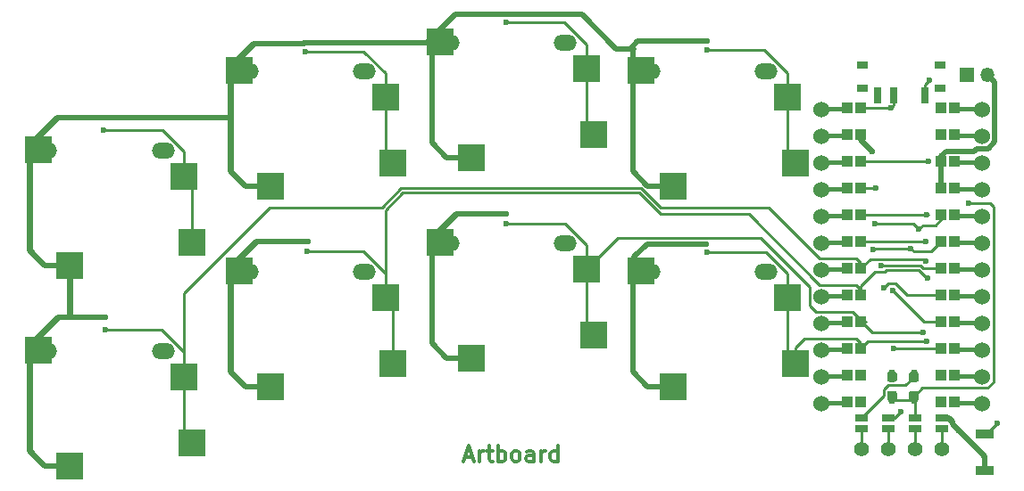
<source format=gtl>
G04 #@! TF.GenerationSoftware,KiCad,Pcbnew,5.1.9*
G04 #@! TF.CreationDate,2021-04-21T20:38:48-05:00*
G04 #@! TF.ProjectId,artboard,61727462-6f61-4726-942e-6b696361645f,0.1*
G04 #@! TF.SameCoordinates,Original*
G04 #@! TF.FileFunction,Copper,L1,Top*
G04 #@! TF.FilePolarity,Positive*
%FSLAX46Y46*%
G04 Gerber Fmt 4.6, Leading zero omitted, Abs format (unit mm)*
G04 Created by KiCad (PCBNEW 5.1.9) date 2021-04-21 20:38:48*
%MOMM*%
%LPD*%
G01*
G04 APERTURE LIST*
G04 #@! TA.AperFunction,NonConductor*
%ADD10C,0.300000*%
G04 #@! TD*
G04 #@! TA.AperFunction,EtchedComponent*
%ADD11C,0.100000*%
G04 #@! TD*
G04 #@! TA.AperFunction,SMDPad,CuDef*
%ADD12R,2.600000X2.600000*%
G04 #@! TD*
G04 #@! TA.AperFunction,ComponentPad*
%ADD13O,2.200000X1.500000*%
G04 #@! TD*
G04 #@! TA.AperFunction,SMDPad,CuDef*
%ADD14C,0.100000*%
G04 #@! TD*
G04 #@! TA.AperFunction,ComponentPad*
%ADD15C,1.524000*%
G04 #@! TD*
G04 #@! TA.AperFunction,ComponentPad*
%ADD16C,0.750000*%
G04 #@! TD*
G04 #@! TA.AperFunction,SMDPad,CuDef*
%ADD17R,1.700000X0.900000*%
G04 #@! TD*
G04 #@! TA.AperFunction,SMDPad,CuDef*
%ADD18R,0.700000X1.500000*%
G04 #@! TD*
G04 #@! TA.AperFunction,SMDPad,CuDef*
%ADD19R,1.000000X0.800000*%
G04 #@! TD*
G04 #@! TA.AperFunction,SMDPad,CuDef*
%ADD20R,1.143000X0.635000*%
G04 #@! TD*
G04 #@! TA.AperFunction,ComponentPad*
%ADD21C,1.397000*%
G04 #@! TD*
G04 #@! TA.AperFunction,ComponentPad*
%ADD22R,1.350000X1.350000*%
G04 #@! TD*
G04 #@! TA.AperFunction,ComponentPad*
%ADD23O,1.350000X1.350000*%
G04 #@! TD*
G04 #@! TA.AperFunction,ViaPad*
%ADD24C,0.600000*%
G04 #@! TD*
G04 #@! TA.AperFunction,Conductor*
%ADD25C,0.250000*%
G04 #@! TD*
G04 #@! TA.AperFunction,Conductor*
%ADD26C,0.500000*%
G04 #@! TD*
G04 APERTURE END LIST*
D10*
X75391528Y-73082100D02*
X76105814Y-73082100D01*
X75248671Y-73510671D02*
X75748671Y-72010671D01*
X76248671Y-73510671D01*
X76748671Y-73510671D02*
X76748671Y-72510671D01*
X76748671Y-72796385D02*
X76820100Y-72653528D01*
X76891528Y-72582100D01*
X77034385Y-72510671D01*
X77177242Y-72510671D01*
X77462957Y-72510671D02*
X78034385Y-72510671D01*
X77677242Y-72010671D02*
X77677242Y-73296385D01*
X77748671Y-73439242D01*
X77891528Y-73510671D01*
X78034385Y-73510671D01*
X78534385Y-73510671D02*
X78534385Y-72010671D01*
X78534385Y-72582100D02*
X78677242Y-72510671D01*
X78962957Y-72510671D01*
X79105814Y-72582100D01*
X79177242Y-72653528D01*
X79248671Y-72796385D01*
X79248671Y-73224957D01*
X79177242Y-73367814D01*
X79105814Y-73439242D01*
X78962957Y-73510671D01*
X78677242Y-73510671D01*
X78534385Y-73439242D01*
X80105814Y-73510671D02*
X79962957Y-73439242D01*
X79891528Y-73367814D01*
X79820100Y-73224957D01*
X79820100Y-72796385D01*
X79891528Y-72653528D01*
X79962957Y-72582100D01*
X80105814Y-72510671D01*
X80320100Y-72510671D01*
X80462957Y-72582100D01*
X80534385Y-72653528D01*
X80605814Y-72796385D01*
X80605814Y-73224957D01*
X80534385Y-73367814D01*
X80462957Y-73439242D01*
X80320100Y-73510671D01*
X80105814Y-73510671D01*
X81891528Y-73510671D02*
X81891528Y-72724957D01*
X81820100Y-72582100D01*
X81677242Y-72510671D01*
X81391528Y-72510671D01*
X81248671Y-72582100D01*
X81891528Y-73439242D02*
X81748671Y-73510671D01*
X81391528Y-73510671D01*
X81248671Y-73439242D01*
X81177242Y-73296385D01*
X81177242Y-73153528D01*
X81248671Y-73010671D01*
X81391528Y-72939242D01*
X81748671Y-72939242D01*
X81891528Y-72867814D01*
X82605814Y-73510671D02*
X82605814Y-72510671D01*
X82605814Y-72796385D02*
X82677242Y-72653528D01*
X82748671Y-72582100D01*
X82891528Y-72510671D01*
X83034385Y-72510671D01*
X84177242Y-73510671D02*
X84177242Y-72010671D01*
X84177242Y-73439242D02*
X84034385Y-73510671D01*
X83748671Y-73510671D01*
X83605814Y-73439242D01*
X83534385Y-73367814D01*
X83462957Y-73224957D01*
X83462957Y-72796385D01*
X83534385Y-72653528D01*
X83605814Y-72582100D01*
X83748671Y-72510671D01*
X84034385Y-72510671D01*
X84177242Y-72582100D01*
D11*
G36*
X124371700Y-68109400D02*
G01*
X121831700Y-68109400D01*
X121831700Y-67728400D01*
X124371700Y-67728400D01*
X124371700Y-68109400D01*
G37*
X124371700Y-68109400D02*
X121831700Y-68109400D01*
X121831700Y-67728400D01*
X124371700Y-67728400D01*
X124371700Y-68109400D01*
G36*
X124371700Y-65569400D02*
G01*
X121831700Y-65569400D01*
X121831700Y-65188400D01*
X124371700Y-65188400D01*
X124371700Y-65569400D01*
G37*
X124371700Y-65569400D02*
X121831700Y-65569400D01*
X121831700Y-65188400D01*
X124371700Y-65188400D01*
X124371700Y-65569400D01*
G36*
X124371700Y-63029400D02*
G01*
X121831700Y-63029400D01*
X121831700Y-62648400D01*
X124371700Y-62648400D01*
X124371700Y-63029400D01*
G37*
X124371700Y-63029400D02*
X121831700Y-63029400D01*
X121831700Y-62648400D01*
X124371700Y-62648400D01*
X124371700Y-63029400D01*
G36*
X124371700Y-60489400D02*
G01*
X121831700Y-60489400D01*
X121831700Y-60108400D01*
X124371700Y-60108400D01*
X124371700Y-60489400D01*
G37*
X124371700Y-60489400D02*
X121831700Y-60489400D01*
X121831700Y-60108400D01*
X124371700Y-60108400D01*
X124371700Y-60489400D01*
G36*
X124371700Y-57949400D02*
G01*
X121831700Y-57949400D01*
X121831700Y-57568400D01*
X124371700Y-57568400D01*
X124371700Y-57949400D01*
G37*
X124371700Y-57949400D02*
X121831700Y-57949400D01*
X121831700Y-57568400D01*
X124371700Y-57568400D01*
X124371700Y-57949400D01*
G36*
X124371700Y-55409400D02*
G01*
X121831700Y-55409400D01*
X121831700Y-55028400D01*
X124371700Y-55028400D01*
X124371700Y-55409400D01*
G37*
X124371700Y-55409400D02*
X121831700Y-55409400D01*
X121831700Y-55028400D01*
X124371700Y-55028400D01*
X124371700Y-55409400D01*
G36*
X124371700Y-52869400D02*
G01*
X121831700Y-52869400D01*
X121831700Y-52488400D01*
X124371700Y-52488400D01*
X124371700Y-52869400D01*
G37*
X124371700Y-52869400D02*
X121831700Y-52869400D01*
X121831700Y-52488400D01*
X124371700Y-52488400D01*
X124371700Y-52869400D01*
G36*
X124371700Y-50329400D02*
G01*
X121831700Y-50329400D01*
X121831700Y-49948400D01*
X124371700Y-49948400D01*
X124371700Y-50329400D01*
G37*
X124371700Y-50329400D02*
X121831700Y-50329400D01*
X121831700Y-49948400D01*
X124371700Y-49948400D01*
X124371700Y-50329400D01*
G36*
X124371700Y-47789400D02*
G01*
X121831700Y-47789400D01*
X121831700Y-47408400D01*
X124371700Y-47408400D01*
X124371700Y-47789400D01*
G37*
X124371700Y-47789400D02*
X121831700Y-47789400D01*
X121831700Y-47408400D01*
X124371700Y-47408400D01*
X124371700Y-47789400D01*
G36*
X124371700Y-45249400D02*
G01*
X121831700Y-45249400D01*
X121831700Y-44868400D01*
X124371700Y-44868400D01*
X124371700Y-45249400D01*
G37*
X124371700Y-45249400D02*
X121831700Y-45249400D01*
X121831700Y-44868400D01*
X124371700Y-44868400D01*
X124371700Y-45249400D01*
G36*
X124371700Y-42709400D02*
G01*
X121831700Y-42709400D01*
X121831700Y-42328400D01*
X124371700Y-42328400D01*
X124371700Y-42709400D01*
G37*
X124371700Y-42709400D02*
X121831700Y-42709400D01*
X121831700Y-42328400D01*
X124371700Y-42328400D01*
X124371700Y-42709400D01*
G36*
X124371700Y-40169400D02*
G01*
X121831700Y-40169400D01*
X121831700Y-39788400D01*
X124371700Y-39788400D01*
X124371700Y-40169400D01*
G37*
X124371700Y-40169400D02*
X121831700Y-40169400D01*
X121831700Y-39788400D01*
X124371700Y-39788400D01*
X124371700Y-40169400D01*
G36*
X111671700Y-68109400D02*
G01*
X109131700Y-68109400D01*
X109131700Y-67728400D01*
X111671700Y-67728400D01*
X111671700Y-68109400D01*
G37*
X111671700Y-68109400D02*
X109131700Y-68109400D01*
X109131700Y-67728400D01*
X111671700Y-67728400D01*
X111671700Y-68109400D01*
G36*
X111671700Y-65569400D02*
G01*
X109131700Y-65569400D01*
X109131700Y-65188400D01*
X111671700Y-65188400D01*
X111671700Y-65569400D01*
G37*
X111671700Y-65569400D02*
X109131700Y-65569400D01*
X109131700Y-65188400D01*
X111671700Y-65188400D01*
X111671700Y-65569400D01*
G36*
X111671700Y-63029400D02*
G01*
X109131700Y-63029400D01*
X109131700Y-62648400D01*
X111671700Y-62648400D01*
X111671700Y-63029400D01*
G37*
X111671700Y-63029400D02*
X109131700Y-63029400D01*
X109131700Y-62648400D01*
X111671700Y-62648400D01*
X111671700Y-63029400D01*
G36*
X111671700Y-60489400D02*
G01*
X109131700Y-60489400D01*
X109131700Y-60108400D01*
X111671700Y-60108400D01*
X111671700Y-60489400D01*
G37*
X111671700Y-60489400D02*
X109131700Y-60489400D01*
X109131700Y-60108400D01*
X111671700Y-60108400D01*
X111671700Y-60489400D01*
G36*
X111671700Y-57949400D02*
G01*
X109131700Y-57949400D01*
X109131700Y-57568400D01*
X111671700Y-57568400D01*
X111671700Y-57949400D01*
G37*
X111671700Y-57949400D02*
X109131700Y-57949400D01*
X109131700Y-57568400D01*
X111671700Y-57568400D01*
X111671700Y-57949400D01*
G36*
X111671700Y-55409400D02*
G01*
X109131700Y-55409400D01*
X109131700Y-55028400D01*
X111671700Y-55028400D01*
X111671700Y-55409400D01*
G37*
X111671700Y-55409400D02*
X109131700Y-55409400D01*
X109131700Y-55028400D01*
X111671700Y-55028400D01*
X111671700Y-55409400D01*
G36*
X111671700Y-52869400D02*
G01*
X109131700Y-52869400D01*
X109131700Y-52488400D01*
X111671700Y-52488400D01*
X111671700Y-52869400D01*
G37*
X111671700Y-52869400D02*
X109131700Y-52869400D01*
X109131700Y-52488400D01*
X111671700Y-52488400D01*
X111671700Y-52869400D01*
G36*
X111671700Y-50329400D02*
G01*
X109131700Y-50329400D01*
X109131700Y-49948400D01*
X111671700Y-49948400D01*
X111671700Y-50329400D01*
G37*
X111671700Y-50329400D02*
X109131700Y-50329400D01*
X109131700Y-49948400D01*
X111671700Y-49948400D01*
X111671700Y-50329400D01*
G36*
X111671700Y-47789400D02*
G01*
X109131700Y-47789400D01*
X109131700Y-47408400D01*
X111671700Y-47408400D01*
X111671700Y-47789400D01*
G37*
X111671700Y-47789400D02*
X109131700Y-47789400D01*
X109131700Y-47408400D01*
X111671700Y-47408400D01*
X111671700Y-47789400D01*
G36*
X111671700Y-42709400D02*
G01*
X109131700Y-42709400D01*
X109131700Y-42328400D01*
X111671700Y-42328400D01*
X111671700Y-42709400D01*
G37*
X111671700Y-42709400D02*
X109131700Y-42709400D01*
X109131700Y-42328400D01*
X111671700Y-42328400D01*
X111671700Y-42709400D01*
G36*
X111671700Y-40169400D02*
G01*
X109131700Y-40169400D01*
X109131700Y-39788400D01*
X111671700Y-39788400D01*
X111671700Y-40169400D01*
G37*
X111671700Y-40169400D02*
X109131700Y-40169400D01*
X109131700Y-39788400D01*
X111671700Y-39788400D01*
X111671700Y-40169400D01*
G36*
X111671700Y-45249400D02*
G01*
X109131700Y-45249400D01*
X109131700Y-44868400D01*
X111671700Y-44868400D01*
X111671700Y-45249400D01*
G37*
X111671700Y-45249400D02*
X109131700Y-45249400D01*
X109131700Y-44868400D01*
X111671700Y-44868400D01*
X111671700Y-45249400D01*
D12*
X73047500Y-52728000D03*
X86897500Y-55268000D03*
X76037500Y-63708000D03*
X87637500Y-61508000D03*
D13*
X84887500Y-52808000D03*
X73787500Y-52808000D03*
D12*
X34909400Y-43878900D03*
X48759400Y-46418900D03*
X37899400Y-54858900D03*
X49499400Y-52658900D03*
D13*
X46749400Y-43958900D03*
X35649400Y-43958900D03*
D12*
X53984800Y-36395800D03*
X67834800Y-38935800D03*
X56974800Y-47375800D03*
X68574800Y-45175800D03*
D13*
X65824800Y-36475800D03*
X54724800Y-36475800D03*
D12*
X73047500Y-33678000D03*
X86897500Y-36218000D03*
X76037500Y-44658000D03*
X87637500Y-42458000D03*
D13*
X84887500Y-33758000D03*
X73787500Y-33758000D03*
D12*
X34909400Y-62928900D03*
X48759400Y-65468900D03*
X37899400Y-73908900D03*
X49499400Y-71708900D03*
D13*
X46749400Y-63008900D03*
X35649400Y-63008900D03*
D12*
X53984800Y-55445800D03*
X67834800Y-57985800D03*
X56974800Y-66425800D03*
X68574800Y-64225800D03*
D13*
X65824800Y-55525800D03*
X54724800Y-55525800D03*
D12*
X92110200Y-55445800D03*
X105960200Y-57985800D03*
X95100200Y-66425800D03*
X106700200Y-64225800D03*
D13*
X103950200Y-55525800D03*
X92850200Y-55525800D03*
D12*
X92110200Y-36395800D03*
X105960200Y-38935800D03*
X95100200Y-47375800D03*
X106700200Y-45175800D03*
D13*
X103950200Y-36475800D03*
X92850200Y-36475800D03*
G04 #@! TA.AperFunction,SMDPad,CuDef*
D14*
G36*
X121331700Y-55655400D02*
G01*
X121331700Y-54655400D01*
X122331700Y-54655400D01*
X122331700Y-55655400D01*
X121331700Y-55655400D01*
G37*
G04 #@! TD.AperFunction*
G04 #@! TA.AperFunction,SMDPad,CuDef*
G36*
X111171700Y-55655400D02*
G01*
X111171700Y-54655400D01*
X112171700Y-54655400D01*
X112171700Y-55655400D01*
X111171700Y-55655400D01*
G37*
G04 #@! TD.AperFunction*
G04 #@! TA.AperFunction,SMDPad,CuDef*
G36*
X120061700Y-55655400D02*
G01*
X120061700Y-54655400D01*
X121061700Y-54655400D01*
X121061700Y-55655400D01*
X120061700Y-55655400D01*
G37*
G04 #@! TD.AperFunction*
G04 #@! TA.AperFunction,SMDPad,CuDef*
G36*
X112441700Y-55655400D02*
G01*
X112441700Y-54655400D01*
X113441700Y-54655400D01*
X113441700Y-55655400D01*
X112441700Y-55655400D01*
G37*
G04 #@! TD.AperFunction*
G04 #@! TA.AperFunction,SMDPad,CuDef*
G36*
X121331700Y-58195400D02*
G01*
X121331700Y-57195400D01*
X122331700Y-57195400D01*
X122331700Y-58195400D01*
X121331700Y-58195400D01*
G37*
G04 #@! TD.AperFunction*
G04 #@! TA.AperFunction,SMDPad,CuDef*
G36*
X111171700Y-58195400D02*
G01*
X111171700Y-57195400D01*
X112171700Y-57195400D01*
X112171700Y-58195400D01*
X111171700Y-58195400D01*
G37*
G04 #@! TD.AperFunction*
G04 #@! TA.AperFunction,SMDPad,CuDef*
G36*
X120061700Y-58195400D02*
G01*
X120061700Y-57195400D01*
X121061700Y-57195400D01*
X121061700Y-58195400D01*
X120061700Y-58195400D01*
G37*
G04 #@! TD.AperFunction*
G04 #@! TA.AperFunction,SMDPad,CuDef*
G36*
X112441700Y-58195400D02*
G01*
X112441700Y-57195400D01*
X113441700Y-57195400D01*
X113441700Y-58195400D01*
X112441700Y-58195400D01*
G37*
G04 #@! TD.AperFunction*
G04 #@! TA.AperFunction,SMDPad,CuDef*
G36*
X121331700Y-60735400D02*
G01*
X121331700Y-59735400D01*
X122331700Y-59735400D01*
X122331700Y-60735400D01*
X121331700Y-60735400D01*
G37*
G04 #@! TD.AperFunction*
G04 #@! TA.AperFunction,SMDPad,CuDef*
G36*
X111171700Y-60735400D02*
G01*
X111171700Y-59735400D01*
X112171700Y-59735400D01*
X112171700Y-60735400D01*
X111171700Y-60735400D01*
G37*
G04 #@! TD.AperFunction*
G04 #@! TA.AperFunction,SMDPad,CuDef*
G36*
X120061700Y-60735400D02*
G01*
X120061700Y-59735400D01*
X121061700Y-59735400D01*
X121061700Y-60735400D01*
X120061700Y-60735400D01*
G37*
G04 #@! TD.AperFunction*
G04 #@! TA.AperFunction,SMDPad,CuDef*
G36*
X112441700Y-60735400D02*
G01*
X112441700Y-59735400D01*
X113441700Y-59735400D01*
X113441700Y-60735400D01*
X112441700Y-60735400D01*
G37*
G04 #@! TD.AperFunction*
G04 #@! TA.AperFunction,SMDPad,CuDef*
G36*
X121331700Y-63275400D02*
G01*
X121331700Y-62275400D01*
X122331700Y-62275400D01*
X122331700Y-63275400D01*
X121331700Y-63275400D01*
G37*
G04 #@! TD.AperFunction*
G04 #@! TA.AperFunction,SMDPad,CuDef*
G36*
X111171700Y-63275400D02*
G01*
X111171700Y-62275400D01*
X112171700Y-62275400D01*
X112171700Y-63275400D01*
X111171700Y-63275400D01*
G37*
G04 #@! TD.AperFunction*
G04 #@! TA.AperFunction,SMDPad,CuDef*
G36*
X120061700Y-63275400D02*
G01*
X120061700Y-62275400D01*
X121061700Y-62275400D01*
X121061700Y-63275400D01*
X120061700Y-63275400D01*
G37*
G04 #@! TD.AperFunction*
G04 #@! TA.AperFunction,SMDPad,CuDef*
G36*
X112441700Y-63275400D02*
G01*
X112441700Y-62275400D01*
X113441700Y-62275400D01*
X113441700Y-63275400D01*
X112441700Y-63275400D01*
G37*
G04 #@! TD.AperFunction*
G04 #@! TA.AperFunction,SMDPad,CuDef*
G36*
X121331700Y-65815400D02*
G01*
X121331700Y-64815400D01*
X122331700Y-64815400D01*
X122331700Y-65815400D01*
X121331700Y-65815400D01*
G37*
G04 #@! TD.AperFunction*
G04 #@! TA.AperFunction,SMDPad,CuDef*
G36*
X111171700Y-65815400D02*
G01*
X111171700Y-64815400D01*
X112171700Y-64815400D01*
X112171700Y-65815400D01*
X111171700Y-65815400D01*
G37*
G04 #@! TD.AperFunction*
G04 #@! TA.AperFunction,SMDPad,CuDef*
G36*
X120061700Y-65815400D02*
G01*
X120061700Y-64815400D01*
X121061700Y-64815400D01*
X121061700Y-65815400D01*
X120061700Y-65815400D01*
G37*
G04 #@! TD.AperFunction*
G04 #@! TA.AperFunction,SMDPad,CuDef*
G36*
X112441700Y-65815400D02*
G01*
X112441700Y-64815400D01*
X113441700Y-64815400D01*
X113441700Y-65815400D01*
X112441700Y-65815400D01*
G37*
G04 #@! TD.AperFunction*
G04 #@! TA.AperFunction,SMDPad,CuDef*
G36*
X121331700Y-68355400D02*
G01*
X121331700Y-67355400D01*
X122331700Y-67355400D01*
X122331700Y-68355400D01*
X121331700Y-68355400D01*
G37*
G04 #@! TD.AperFunction*
G04 #@! TA.AperFunction,SMDPad,CuDef*
G36*
X111171700Y-68355400D02*
G01*
X111171700Y-67355400D01*
X112171700Y-67355400D01*
X112171700Y-68355400D01*
X111171700Y-68355400D01*
G37*
G04 #@! TD.AperFunction*
G04 #@! TA.AperFunction,SMDPad,CuDef*
G36*
X120061700Y-68355400D02*
G01*
X120061700Y-67355400D01*
X121061700Y-67355400D01*
X121061700Y-68355400D01*
X120061700Y-68355400D01*
G37*
G04 #@! TD.AperFunction*
G04 #@! TA.AperFunction,SMDPad,CuDef*
G36*
X112441700Y-68355400D02*
G01*
X112441700Y-67355400D01*
X113441700Y-67355400D01*
X113441700Y-68355400D01*
X112441700Y-68355400D01*
G37*
G04 #@! TD.AperFunction*
G04 #@! TA.AperFunction,SMDPad,CuDef*
G36*
X121331700Y-53115400D02*
G01*
X121331700Y-52115400D01*
X122331700Y-52115400D01*
X122331700Y-53115400D01*
X121331700Y-53115400D01*
G37*
G04 #@! TD.AperFunction*
G04 #@! TA.AperFunction,SMDPad,CuDef*
G36*
X111171700Y-53115400D02*
G01*
X111171700Y-52115400D01*
X112171700Y-52115400D01*
X112171700Y-53115400D01*
X111171700Y-53115400D01*
G37*
G04 #@! TD.AperFunction*
G04 #@! TA.AperFunction,SMDPad,CuDef*
G36*
X120061700Y-53115400D02*
G01*
X120061700Y-52115400D01*
X121061700Y-52115400D01*
X121061700Y-53115400D01*
X120061700Y-53115400D01*
G37*
G04 #@! TD.AperFunction*
G04 #@! TA.AperFunction,SMDPad,CuDef*
G36*
X112441700Y-53115400D02*
G01*
X112441700Y-52115400D01*
X113441700Y-52115400D01*
X113441700Y-53115400D01*
X112441700Y-53115400D01*
G37*
G04 #@! TD.AperFunction*
G04 #@! TA.AperFunction,SMDPad,CuDef*
G36*
X121331700Y-50575400D02*
G01*
X121331700Y-49575400D01*
X122331700Y-49575400D01*
X122331700Y-50575400D01*
X121331700Y-50575400D01*
G37*
G04 #@! TD.AperFunction*
G04 #@! TA.AperFunction,SMDPad,CuDef*
G36*
X111171700Y-50575400D02*
G01*
X111171700Y-49575400D01*
X112171700Y-49575400D01*
X112171700Y-50575400D01*
X111171700Y-50575400D01*
G37*
G04 #@! TD.AperFunction*
G04 #@! TA.AperFunction,SMDPad,CuDef*
G36*
X120061700Y-50575400D02*
G01*
X120061700Y-49575400D01*
X121061700Y-49575400D01*
X121061700Y-50575400D01*
X120061700Y-50575400D01*
G37*
G04 #@! TD.AperFunction*
G04 #@! TA.AperFunction,SMDPad,CuDef*
G36*
X112441700Y-50575400D02*
G01*
X112441700Y-49575400D01*
X113441700Y-49575400D01*
X113441700Y-50575400D01*
X112441700Y-50575400D01*
G37*
G04 #@! TD.AperFunction*
G04 #@! TA.AperFunction,SMDPad,CuDef*
G36*
X121331700Y-48035400D02*
G01*
X121331700Y-47035400D01*
X122331700Y-47035400D01*
X122331700Y-48035400D01*
X121331700Y-48035400D01*
G37*
G04 #@! TD.AperFunction*
G04 #@! TA.AperFunction,SMDPad,CuDef*
G36*
X111171700Y-48035400D02*
G01*
X111171700Y-47035400D01*
X112171700Y-47035400D01*
X112171700Y-48035400D01*
X111171700Y-48035400D01*
G37*
G04 #@! TD.AperFunction*
G04 #@! TA.AperFunction,SMDPad,CuDef*
G36*
X120061700Y-48035400D02*
G01*
X120061700Y-47035400D01*
X121061700Y-47035400D01*
X121061700Y-48035400D01*
X120061700Y-48035400D01*
G37*
G04 #@! TD.AperFunction*
G04 #@! TA.AperFunction,SMDPad,CuDef*
G36*
X112441700Y-48035400D02*
G01*
X112441700Y-47035400D01*
X113441700Y-47035400D01*
X113441700Y-48035400D01*
X112441700Y-48035400D01*
G37*
G04 #@! TD.AperFunction*
G04 #@! TA.AperFunction,SMDPad,CuDef*
G36*
X121331700Y-45495400D02*
G01*
X121331700Y-44495400D01*
X122331700Y-44495400D01*
X122331700Y-45495400D01*
X121331700Y-45495400D01*
G37*
G04 #@! TD.AperFunction*
G04 #@! TA.AperFunction,SMDPad,CuDef*
G36*
X111171700Y-45495400D02*
G01*
X111171700Y-44495400D01*
X112171700Y-44495400D01*
X112171700Y-45495400D01*
X111171700Y-45495400D01*
G37*
G04 #@! TD.AperFunction*
G04 #@! TA.AperFunction,SMDPad,CuDef*
G36*
X120061700Y-45495400D02*
G01*
X120061700Y-44495400D01*
X121061700Y-44495400D01*
X121061700Y-45495400D01*
X120061700Y-45495400D01*
G37*
G04 #@! TD.AperFunction*
G04 #@! TA.AperFunction,SMDPad,CuDef*
G36*
X112441700Y-45495400D02*
G01*
X112441700Y-44495400D01*
X113441700Y-44495400D01*
X113441700Y-45495400D01*
X112441700Y-45495400D01*
G37*
G04 #@! TD.AperFunction*
G04 #@! TA.AperFunction,SMDPad,CuDef*
G36*
X121331700Y-42955400D02*
G01*
X121331700Y-41955400D01*
X122331700Y-41955400D01*
X122331700Y-42955400D01*
X121331700Y-42955400D01*
G37*
G04 #@! TD.AperFunction*
G04 #@! TA.AperFunction,SMDPad,CuDef*
G36*
X111171700Y-42955400D02*
G01*
X111171700Y-41955400D01*
X112171700Y-41955400D01*
X112171700Y-42955400D01*
X111171700Y-42955400D01*
G37*
G04 #@! TD.AperFunction*
G04 #@! TA.AperFunction,SMDPad,CuDef*
G36*
X120061700Y-42955400D02*
G01*
X120061700Y-41955400D01*
X121061700Y-41955400D01*
X121061700Y-42955400D01*
X120061700Y-42955400D01*
G37*
G04 #@! TD.AperFunction*
G04 #@! TA.AperFunction,SMDPad,CuDef*
G36*
X112441700Y-42955400D02*
G01*
X112441700Y-41955400D01*
X113441700Y-41955400D01*
X113441700Y-42955400D01*
X112441700Y-42955400D01*
G37*
G04 #@! TD.AperFunction*
G04 #@! TA.AperFunction,SMDPad,CuDef*
G36*
X120061700Y-40415400D02*
G01*
X120061700Y-39415400D01*
X121061700Y-39415400D01*
X121061700Y-40415400D01*
X120061700Y-40415400D01*
G37*
G04 #@! TD.AperFunction*
G04 #@! TA.AperFunction,SMDPad,CuDef*
G36*
X121331700Y-40415400D02*
G01*
X121331700Y-39415400D01*
X122331700Y-39415400D01*
X122331700Y-40415400D01*
X121331700Y-40415400D01*
G37*
G04 #@! TD.AperFunction*
G04 #@! TA.AperFunction,SMDPad,CuDef*
G36*
X112441700Y-40415400D02*
G01*
X112441700Y-39415400D01*
X113441700Y-39415400D01*
X113441700Y-40415400D01*
X112441700Y-40415400D01*
G37*
G04 #@! TD.AperFunction*
G04 #@! TA.AperFunction,SMDPad,CuDef*
G36*
X111171700Y-40415400D02*
G01*
X111171700Y-39415400D01*
X112171700Y-39415400D01*
X112171700Y-40415400D01*
X111171700Y-40415400D01*
G37*
G04 #@! TD.AperFunction*
D15*
X124408100Y-40042400D03*
X124408100Y-42582400D03*
X124408100Y-45122400D03*
X124408100Y-47662400D03*
X124408100Y-50202400D03*
X124408100Y-52742400D03*
X124408100Y-55282400D03*
X124408100Y-57822400D03*
X124408100Y-60362400D03*
X124408100Y-62902400D03*
X124408100Y-65442400D03*
X124408100Y-67982400D03*
X109188100Y-67982400D03*
X109188100Y-65442400D03*
X109188100Y-62902400D03*
X109188100Y-60362400D03*
X109188100Y-57822400D03*
X109188100Y-55282400D03*
X109188100Y-52742400D03*
X109188100Y-50202400D03*
X109188100Y-47662400D03*
X109188100Y-45122400D03*
X109188100Y-42582400D03*
X109188100Y-40042400D03*
D16*
X115900800Y-65112200D03*
X115900800Y-67652200D03*
G04 #@! TA.AperFunction,SMDPad,CuDef*
G36*
G01*
X116138300Y-67782200D02*
X115663300Y-67782200D01*
G75*
G02*
X115425800Y-67544700I0J237500D01*
G01*
X115425800Y-67044700D01*
G75*
G02*
X115663300Y-66807200I237500J0D01*
G01*
X116138300Y-66807200D01*
G75*
G02*
X116375800Y-67044700I0J-237500D01*
G01*
X116375800Y-67544700D01*
G75*
G02*
X116138300Y-67782200I-237500J0D01*
G01*
G37*
G04 #@! TD.AperFunction*
G04 #@! TA.AperFunction,SMDPad,CuDef*
G36*
G01*
X116138300Y-65957200D02*
X115663300Y-65957200D01*
G75*
G02*
X115425800Y-65719700I0J237500D01*
G01*
X115425800Y-65219700D01*
G75*
G02*
X115663300Y-64982200I237500J0D01*
G01*
X116138300Y-64982200D01*
G75*
G02*
X116375800Y-65219700I0J-237500D01*
G01*
X116375800Y-65719700D01*
G75*
G02*
X116138300Y-65957200I-237500J0D01*
G01*
G37*
G04 #@! TD.AperFunction*
X117958200Y-65137600D03*
X117958200Y-67677600D03*
G04 #@! TA.AperFunction,SMDPad,CuDef*
G36*
G01*
X118195700Y-67807600D02*
X117720700Y-67807600D01*
G75*
G02*
X117483200Y-67570100I0J237500D01*
G01*
X117483200Y-67070100D01*
G75*
G02*
X117720700Y-66832600I237500J0D01*
G01*
X118195700Y-66832600D01*
G75*
G02*
X118433200Y-67070100I0J-237500D01*
G01*
X118433200Y-67570100D01*
G75*
G02*
X118195700Y-67807600I-237500J0D01*
G01*
G37*
G04 #@! TD.AperFunction*
G04 #@! TA.AperFunction,SMDPad,CuDef*
G36*
G01*
X118195700Y-65982600D02*
X117720700Y-65982600D01*
G75*
G02*
X117483200Y-65745100I0J237500D01*
G01*
X117483200Y-65245100D01*
G75*
G02*
X117720700Y-65007600I237500J0D01*
G01*
X118195700Y-65007600D01*
G75*
G02*
X118433200Y-65245100I0J-237500D01*
G01*
X118433200Y-65745100D01*
G75*
G02*
X118195700Y-65982600I-237500J0D01*
G01*
G37*
G04 #@! TD.AperFunction*
D17*
X124663800Y-74343300D03*
X124663800Y-70943300D03*
D18*
X119014400Y-38691100D03*
X116014400Y-38691100D03*
X114514400Y-38691100D03*
D19*
X120414400Y-35831100D03*
X113114400Y-35831100D03*
X113114400Y-38041100D03*
X120414400Y-38041100D03*
D20*
X120599800Y-69400020D03*
X120599800Y-70400780D03*
X118059800Y-69400020D03*
X118059800Y-70400780D03*
X115532500Y-69400020D03*
X115532500Y-70400780D03*
X112992500Y-69400020D03*
X112992500Y-70400780D03*
D21*
X112992500Y-72338500D03*
X115532500Y-72338500D03*
X118072500Y-72338500D03*
X120612500Y-72338500D03*
D22*
X122949300Y-36816600D03*
D23*
X124949300Y-36816600D03*
D24*
X122209561Y-70536539D03*
X123158301Y-44035399D03*
X114039701Y-44035399D03*
X124635261Y-72962239D03*
X41174000Y-40866200D03*
X41250200Y-59852700D03*
X60465300Y-52613700D03*
X60236700Y-33766900D03*
X79261300Y-50010200D03*
X98273200Y-52880400D03*
X98349400Y-33601800D03*
X79300101Y-31035699D03*
X123152500Y-48968800D03*
X114324300Y-47535400D03*
X125838801Y-69917199D03*
X119318800Y-44995400D03*
X116700810Y-68806290D03*
X117666100Y-53261400D03*
X114084700Y-53375700D03*
X114237100Y-50962700D03*
X118440800Y-51458000D03*
X119400650Y-37304850D03*
X115820900Y-39884600D03*
X41135900Y-42009200D03*
X114865750Y-54893350D03*
X60224000Y-34554300D03*
X115094350Y-57039650D03*
X79286700Y-31785700D03*
X115946100Y-57231000D03*
X98336700Y-34389200D03*
X116046850Y-62741950D03*
X41275600Y-60983000D03*
X119101200Y-54506000D03*
X60389100Y-53566200D03*
X119279000Y-56068100D03*
X79261300Y-50899200D03*
X118821800Y-61262400D03*
X98374800Y-53604300D03*
X119155649Y-62116949D03*
X119201100Y-50075400D03*
X119124900Y-52615400D03*
D25*
X121073042Y-69400020D02*
X122209561Y-70536539D01*
X120599800Y-69400020D02*
X121073042Y-69400020D01*
X122209561Y-70536539D02*
X124635261Y-72962239D01*
X35698398Y-54858900D02*
X37899400Y-54858900D01*
X34224390Y-53384892D02*
X35698398Y-54858900D01*
X34224390Y-43513617D02*
X34224390Y-53384892D01*
X36871807Y-40866200D02*
X34224390Y-43513617D01*
X41174000Y-40866200D02*
X36871807Y-40866200D01*
X34224390Y-72434892D02*
X35698398Y-73908900D01*
X34224390Y-62563617D02*
X34224390Y-72434892D01*
X35698398Y-73908900D02*
X37899400Y-73908900D01*
X36935307Y-59852700D02*
X34224390Y-62563617D01*
X38062500Y-55022000D02*
X37899400Y-54858900D01*
X38062500Y-59852700D02*
X38062500Y-55022000D01*
X41250200Y-59852700D02*
X38062500Y-59852700D01*
X38062500Y-59852700D02*
X36935307Y-59852700D01*
X53299790Y-64951792D02*
X54773798Y-66425800D01*
X54773798Y-66425800D02*
X56974800Y-66425800D01*
X55766607Y-52613700D02*
X53299790Y-55080517D01*
X60465300Y-52613700D02*
X55766607Y-52613700D01*
X53299790Y-55080517D02*
X53299790Y-60637390D01*
X53299790Y-60637390D02*
X53299790Y-64951792D01*
X54773798Y-47375800D02*
X53299790Y-45901792D01*
X56974800Y-47375800D02*
X54773798Y-47375800D01*
X53299790Y-40919710D02*
X41227510Y-40919710D01*
X53299790Y-45901792D02*
X53299790Y-40919710D01*
X41227510Y-40919710D02*
X41174000Y-40866200D01*
X53299790Y-40919710D02*
X53299790Y-36395800D01*
X53299790Y-36030517D02*
X53299790Y-36395800D01*
X55563407Y-33766900D02*
X53299790Y-36030517D01*
X60236700Y-33766900D02*
X55563407Y-33766900D01*
X73836498Y-44658000D02*
X72362490Y-43183992D01*
X76037500Y-44658000D02*
X73836498Y-44658000D01*
X73836498Y-63708000D02*
X72362490Y-62233992D01*
X76037500Y-63708000D02*
X73836498Y-63708000D01*
X72362490Y-35110390D02*
X72362490Y-33678000D01*
X72362490Y-43183992D02*
X72362490Y-35110390D01*
X71019000Y-33766900D02*
X60236700Y-33766900D01*
X72362490Y-54058790D02*
X72362490Y-53880990D01*
X72362490Y-62233992D02*
X72362490Y-54058790D01*
X72362490Y-54058790D02*
X72362490Y-52728000D01*
X92899198Y-66425800D02*
X91425190Y-64951792D01*
X95100200Y-66425800D02*
X92899198Y-66425800D01*
X72362490Y-52362717D02*
X72362490Y-52728000D01*
X74715007Y-50010200D02*
X72362490Y-52362717D01*
X79261300Y-50010200D02*
X74715007Y-50010200D01*
X91425190Y-64951792D02*
X91425190Y-57036010D01*
X91425190Y-57036010D02*
X91425190Y-55445800D01*
X72362490Y-33312717D02*
X72362490Y-33678000D01*
X92899198Y-47375800D02*
X91425190Y-45901792D01*
X95100200Y-47375800D02*
X92899198Y-47375800D01*
X91425190Y-38056790D02*
X91425190Y-34297590D01*
X91425190Y-45901792D02*
X91425190Y-38056790D01*
X91425190Y-38056790D02*
X91425190Y-36395800D01*
X89855232Y-34297590D02*
X86670242Y-31112600D01*
X91425190Y-55080517D02*
X91425190Y-55445800D01*
X98273200Y-52880400D02*
X93625307Y-52880400D01*
D26*
X73651498Y-44658000D02*
X72237490Y-43243992D01*
X76037500Y-44658000D02*
X73651498Y-44658000D01*
X54588798Y-47375800D02*
X53174790Y-45961792D01*
X56974800Y-47375800D02*
X54588798Y-47375800D01*
X35513398Y-54858900D02*
X34099390Y-53444892D01*
X37899400Y-54858900D02*
X35513398Y-54858900D01*
X35513398Y-73908900D02*
X34099390Y-72494892D01*
X37899400Y-73908900D02*
X35513398Y-73908900D01*
X54588798Y-66425800D02*
X53174790Y-65011792D01*
X56974800Y-66425800D02*
X54588798Y-66425800D01*
X73651498Y-63708000D02*
X72237490Y-62293992D01*
X76037500Y-63708000D02*
X73651498Y-63708000D01*
X91300190Y-65011792D02*
X91300190Y-55445800D01*
X92714198Y-66425800D02*
X91300190Y-65011792D01*
X95100200Y-66425800D02*
X92714198Y-66425800D01*
X34099390Y-43461840D02*
X36695030Y-40866200D01*
X36695030Y-40866200D02*
X41174000Y-40866200D01*
X34099390Y-45462890D02*
X34099390Y-43461840D01*
X34099390Y-53444892D02*
X34099390Y-45462890D01*
X34099390Y-45462890D02*
X34099390Y-43878900D01*
X41174000Y-40866200D02*
X52997700Y-40866200D01*
X52997700Y-40866200D02*
X53174790Y-41043290D01*
X53174790Y-45961792D02*
X53174790Y-41043290D01*
X34099390Y-64285710D02*
X34099390Y-62511840D01*
X34099390Y-72494892D02*
X34099390Y-64285710D01*
X34099390Y-62511840D02*
X36758530Y-59852700D01*
X34099390Y-64285710D02*
X34099390Y-62928900D01*
X37899400Y-59638800D02*
X38113300Y-59852700D01*
X37899400Y-54858900D02*
X37899400Y-59638800D01*
X38113300Y-59852700D02*
X41250200Y-59852700D01*
X36758530Y-59852700D02*
X38113300Y-59852700D01*
X53174790Y-65011792D02*
X53174790Y-59980410D01*
X53174790Y-55028740D02*
X53174790Y-57072110D01*
X55589830Y-52613700D02*
X53174790Y-55028740D01*
X60465300Y-52613700D02*
X55589830Y-52613700D01*
X53174790Y-57072110D02*
X53174790Y-55445800D01*
X53174790Y-59980410D02*
X53174790Y-57072110D01*
X72123190Y-52613700D02*
X72237490Y-52728000D01*
X60199301Y-33804299D02*
X60236700Y-33766900D01*
X55349231Y-33804299D02*
X60199301Y-33804299D01*
X53174790Y-35978740D02*
X55349231Y-33804299D01*
X53174790Y-41043290D02*
X53174790Y-38160390D01*
X53174790Y-38160390D02*
X53174790Y-35978740D01*
X53174790Y-38160390D02*
X53174790Y-36395800D01*
X72148590Y-33766900D02*
X72237490Y-33678000D01*
X72237490Y-43243992D02*
X72237490Y-33678000D01*
X72237490Y-33766900D02*
X72237490Y-33678000D01*
X71196800Y-33766900D02*
X72237490Y-33766900D01*
X60236700Y-33766900D02*
X71196800Y-33766900D01*
X71742900Y-33766900D02*
X71742900Y-33755530D01*
D25*
X78219900Y-31112600D02*
X74562607Y-31112600D01*
D26*
X71742900Y-33755530D02*
X74385830Y-31112600D01*
D25*
X79286700Y-31112600D02*
X78219900Y-31112600D01*
D26*
X71196800Y-33766900D02*
X71742900Y-33766900D01*
X71742900Y-33766900D02*
X72148590Y-33766900D01*
X89724089Y-34297590D02*
X86462198Y-31035699D01*
X91425190Y-34297590D02*
X89724089Y-34297590D01*
X74462731Y-31035699D02*
X74385830Y-31112600D01*
X79933699Y-31035699D02*
X79300101Y-31035699D01*
X86462198Y-31035699D02*
X79933699Y-31035699D01*
X79933699Y-31035699D02*
X79286700Y-31035699D01*
X79300101Y-31035699D02*
X74462731Y-31035699D01*
X92714198Y-47375800D02*
X95100200Y-47375800D01*
X91300190Y-45961792D02*
X92714198Y-47375800D01*
X91300190Y-34422590D02*
X91300190Y-45961792D01*
X91425190Y-34297590D02*
X91300190Y-34422590D01*
D25*
X98349400Y-33601800D02*
X93853907Y-33601800D01*
D26*
X91745400Y-33601800D02*
X98349400Y-33601800D01*
X91049610Y-34297590D02*
X91745400Y-33601800D01*
D25*
X91425190Y-34297590D02*
X91049610Y-34297590D01*
X91049610Y-34297590D02*
X89855232Y-34297590D01*
D26*
X74538230Y-50010200D02*
X79261300Y-50010200D01*
X72237490Y-52310940D02*
X74538230Y-50010200D01*
X72237490Y-54238590D02*
X72237490Y-52310940D01*
X72237490Y-62293992D02*
X72237490Y-54238590D01*
X72237490Y-54238590D02*
X72237490Y-52728000D01*
D25*
X91425190Y-57036010D02*
X91425190Y-54071490D01*
D26*
X92642381Y-52854299D02*
X98273200Y-52854299D01*
X91425190Y-54071490D02*
X92642381Y-52854299D01*
X124663800Y-72990778D02*
X124635261Y-72962239D01*
X124663800Y-74343300D02*
X124663800Y-72990778D01*
X121298042Y-69400020D02*
X120599800Y-69400020D01*
X121621301Y-69723279D02*
X121298042Y-69400020D01*
X121621301Y-69948279D02*
X121621301Y-69723279D01*
X124635261Y-72962239D02*
X121621301Y-69948279D01*
X112941700Y-42937398D02*
X114039701Y-44035399D01*
X112941700Y-42455400D02*
X112941700Y-42937398D01*
X120561700Y-47535400D02*
X120561700Y-44995400D01*
X121021701Y-44035399D02*
X123158301Y-44035399D01*
X120561700Y-44495400D02*
X121021701Y-44035399D01*
X120561700Y-44995400D02*
X120561700Y-44495400D01*
X125620101Y-37487401D02*
X124949300Y-36816600D01*
X125620101Y-43164161D02*
X125620101Y-37487401D01*
X124989861Y-43794401D02*
X125620101Y-43164161D01*
X123942337Y-43794401D02*
X124989861Y-43794401D01*
X123701339Y-44035399D02*
X123942337Y-43794401D01*
X123158301Y-44035399D02*
X123701339Y-44035399D01*
D25*
X118059800Y-67779200D02*
X117958200Y-67677600D01*
X118059800Y-69400020D02*
X118059800Y-67779200D01*
X117626100Y-67652200D02*
X117958200Y-67320100D01*
X115900800Y-67652200D02*
X117626100Y-67652200D01*
X125495101Y-49314641D02*
X125149260Y-48968800D01*
X125495101Y-65964161D02*
X125495101Y-49314641D01*
X124929861Y-66529401D02*
X125495101Y-65964161D01*
X118748899Y-66529401D02*
X124929861Y-66529401D01*
X117958200Y-67320100D02*
X118748899Y-66529401D01*
X125149260Y-48968800D02*
X123152500Y-48968800D01*
X123152500Y-48968800D02*
X123050900Y-48968800D01*
X112941700Y-47535400D02*
X114324300Y-47535400D01*
X124812700Y-70943300D02*
X125838801Y-69917199D01*
X124663800Y-70943300D02*
X124812700Y-70943300D01*
X112941700Y-44995400D02*
X119318800Y-44995400D01*
X119318800Y-44995400D02*
X119318800Y-44995400D01*
X116107080Y-69400020D02*
X116700810Y-68806290D01*
X115532500Y-69400020D02*
X116107080Y-69400020D01*
X117966099Y-53561399D02*
X117666100Y-53261400D01*
X119615701Y-53561399D02*
X117966099Y-53561399D01*
X120561700Y-52615400D02*
X119615701Y-53561399D01*
X114478400Y-53261400D02*
X114199000Y-53261400D01*
X117666100Y-53261400D02*
X114478400Y-53261400D01*
X114478400Y-53261400D02*
X114262500Y-53261400D01*
X114199000Y-53261400D02*
X114084700Y-53375700D01*
X114084700Y-53375700D02*
X114084700Y-53375700D01*
X117171090Y-66282210D02*
X117958200Y-65495100D01*
X115529190Y-66282210D02*
X117171090Y-66282210D01*
X115100790Y-66710610D02*
X115529190Y-66282210D01*
X115100790Y-67291730D02*
X115100790Y-66710610D01*
X112992500Y-69400020D02*
X115100790Y-67291730D01*
X120561700Y-50075400D02*
X120561700Y-50530900D01*
X114237100Y-50962700D02*
X114237100Y-50962700D01*
X118847200Y-51051600D02*
X118440800Y-51458000D01*
X120041000Y-51051600D02*
X118847200Y-51051600D01*
X120561700Y-50530900D02*
X120041000Y-51051600D01*
X117945500Y-50962700D02*
X118440800Y-51458000D01*
X114237100Y-50962700D02*
X117945500Y-50962700D01*
X119014400Y-37691100D02*
X119400650Y-37304850D01*
X119014400Y-38691100D02*
X119014400Y-37691100D01*
X112992500Y-70400780D02*
X112992500Y-72338500D01*
X115532500Y-70400780D02*
X115532500Y-72338500D01*
X118059800Y-72325800D02*
X118072500Y-72338500D01*
X118059800Y-70400780D02*
X118059800Y-72325800D01*
X120599800Y-72325800D02*
X120612500Y-72338500D01*
X120599800Y-70400780D02*
X120599800Y-72325800D01*
X115790100Y-39915400D02*
X112941700Y-39915400D01*
X116014400Y-39691100D02*
X115820900Y-39884600D01*
X116014400Y-38691100D02*
X116014400Y-39691100D01*
X115820900Y-39884600D02*
X115790100Y-39915400D01*
X49499400Y-47158900D02*
X48759400Y-46418900D01*
X49499400Y-52658900D02*
X49499400Y-47158900D01*
X48759400Y-44098607D02*
X48759400Y-46418900D01*
X46669993Y-42009200D02*
X48759400Y-44098607D01*
X41135900Y-42009200D02*
X46669993Y-42009200D01*
X120561700Y-55155400D02*
X118861600Y-55155400D01*
X118599550Y-54893350D02*
X114865750Y-54893350D01*
X118861600Y-55155400D02*
X118599550Y-54893350D01*
X67834800Y-44435800D02*
X68574800Y-45175800D01*
X67834800Y-38935800D02*
X67834800Y-44435800D01*
X67834800Y-36615507D02*
X67834800Y-38935800D01*
X65773593Y-34554300D02*
X67834800Y-36615507D01*
X60224000Y-34554300D02*
X65773593Y-34554300D01*
X120561700Y-57695400D02*
X117335502Y-57695400D01*
X117335502Y-57695400D02*
X116246101Y-56605999D01*
X115528001Y-56605999D02*
X115094350Y-57039650D01*
X116246101Y-56605999D02*
X115528001Y-56605999D01*
X86897500Y-41718000D02*
X87637500Y-42458000D01*
X86897500Y-36218000D02*
X86897500Y-41718000D01*
X86897500Y-33897707D02*
X86897500Y-36218000D01*
X84785493Y-31785700D02*
X86897500Y-33897707D01*
X79286700Y-31785700D02*
X84785493Y-31785700D01*
X118950500Y-60235400D02*
X115946100Y-57231000D01*
X120561700Y-60235400D02*
X118950500Y-60235400D01*
X105960200Y-44435800D02*
X106700200Y-45175800D01*
X105960200Y-38935800D02*
X105960200Y-44435800D01*
X105960200Y-36615507D02*
X105960200Y-38935800D01*
X103733893Y-34389200D02*
X105960200Y-36615507D01*
X98336700Y-34389200D02*
X103733893Y-34389200D01*
X120561700Y-62775400D02*
X120372900Y-62775400D01*
X116080300Y-62775400D02*
X116046850Y-62741950D01*
X117350300Y-62775400D02*
X116080300Y-62775400D01*
X120561700Y-62775400D02*
X117350300Y-62775400D01*
X117350300Y-62775400D02*
X117121700Y-62775400D01*
X48759400Y-70968900D02*
X49499400Y-71708900D01*
X48759400Y-65468900D02*
X48759400Y-70968900D01*
X46593793Y-60983000D02*
X48759400Y-63148607D01*
X48759400Y-63148607D02*
X48759400Y-65468900D01*
X41275600Y-60983000D02*
X46593793Y-60983000D01*
X113828751Y-54268349D02*
X118863549Y-54268349D01*
X112941700Y-55155400D02*
X113828751Y-54268349D01*
X118863549Y-54268349D02*
X119101200Y-54506000D01*
X119101200Y-54506000D02*
X119101200Y-54506000D01*
X112941700Y-54655400D02*
X112941700Y-55155400D01*
X109032337Y-54195399D02*
X112481699Y-54195399D01*
X104222137Y-49385199D02*
X109032337Y-54195399D01*
X92071612Y-47546400D02*
X93910411Y-49385199D01*
X69329900Y-47546400D02*
X92071612Y-47546400D01*
X112481699Y-54195399D02*
X112941700Y-54655400D01*
X93910411Y-49385199D02*
X104222137Y-49385199D01*
X67491101Y-49385199D02*
X69329900Y-47546400D01*
X56860399Y-49385199D02*
X67491101Y-49385199D01*
X48759400Y-57486198D02*
X56860399Y-49385199D01*
X48759400Y-65468900D02*
X48759400Y-57486198D01*
X68574800Y-58725800D02*
X67834800Y-57985800D01*
X68574800Y-64225800D02*
X68574800Y-58725800D01*
X67834800Y-55665507D02*
X67834800Y-57985800D01*
X65735493Y-53566200D02*
X67834800Y-55665507D01*
X60389100Y-53566200D02*
X65735493Y-53566200D01*
X112941700Y-57695400D02*
X112941700Y-56830100D01*
X112941700Y-56830100D02*
X114237100Y-55534700D01*
X119279000Y-56068100D02*
X119279000Y-56068100D01*
X114939249Y-55518351D02*
X115165751Y-55518351D01*
X114922900Y-55534700D02*
X114939249Y-55518351D01*
X114237100Y-55534700D02*
X114922900Y-55534700D01*
X118301100Y-55356900D02*
X118314640Y-55343360D01*
X115327202Y-55356900D02*
X118301100Y-55356900D01*
X115165751Y-55518351D02*
X115327202Y-55356900D01*
X119137890Y-56068100D02*
X119279000Y-56068100D01*
X118413150Y-55343360D02*
X119137890Y-56068100D01*
X118314640Y-55343360D02*
X118413150Y-55343360D01*
X67834800Y-57985800D02*
X67834800Y-49677910D01*
X91885212Y-47996410D02*
X93911702Y-50022900D01*
X69516300Y-47996410D02*
X91885212Y-47996410D01*
X67834800Y-49677910D02*
X69516300Y-47996410D01*
X112941700Y-57195400D02*
X112941700Y-57695400D01*
X112481699Y-56735399D02*
X112941700Y-57195400D01*
X109032337Y-56735399D02*
X112481699Y-56735399D01*
X102319838Y-50022900D02*
X109032337Y-56735399D01*
X93911702Y-50022900D02*
X102319838Y-50022900D01*
X86897500Y-60768000D02*
X87637500Y-61508000D01*
X86897500Y-55268000D02*
X86897500Y-60768000D01*
X86897500Y-52947707D02*
X86897500Y-55268000D01*
X84848993Y-50899200D02*
X86897500Y-52947707D01*
X79261300Y-50899200D02*
X84848993Y-50899200D01*
X112941700Y-60235400D02*
X113441700Y-60235400D01*
X112941700Y-60235400D02*
X112994200Y-60235400D01*
X112994200Y-60235400D02*
X114021200Y-61262400D01*
X114021200Y-61262400D02*
X118821800Y-61262400D01*
X118821800Y-61262400D02*
X118821800Y-61262400D01*
X112941700Y-60045764D02*
X112941700Y-60235400D01*
X112171335Y-59275399D02*
X112941700Y-60045764D01*
X108666339Y-59275399D02*
X112171335Y-59275399D01*
X108101099Y-58710159D02*
X108666339Y-59275399D01*
X89910101Y-52255399D02*
X103414801Y-52255399D01*
X108101099Y-56941697D02*
X108101099Y-58710159D01*
X103414801Y-52255399D02*
X108101099Y-56941697D01*
X86897500Y-55268000D02*
X89910101Y-52255399D01*
X105960200Y-63485800D02*
X106700200Y-64225800D01*
X105960200Y-57985800D02*
X105960200Y-63485800D01*
X105960200Y-55665507D02*
X105960200Y-57985800D01*
X103898993Y-53604300D02*
X105960200Y-55665507D01*
X98374800Y-53604300D02*
X103898993Y-53604300D01*
X113600151Y-62116949D02*
X119155649Y-62116949D01*
X112941700Y-62775400D02*
X113600151Y-62116949D01*
X119155649Y-62116949D02*
X119155649Y-62116949D01*
X112941700Y-62275400D02*
X112941700Y-62775400D01*
X107560601Y-61815399D02*
X112481699Y-61815399D01*
X112481699Y-61815399D02*
X112941700Y-62275400D01*
X106700200Y-62675800D02*
X107560601Y-61815399D01*
X106700200Y-64225800D02*
X106700200Y-62675800D01*
X112941700Y-50075400D02*
X119201100Y-50075400D01*
X119201100Y-50075400D02*
X119318800Y-50075400D01*
X112941700Y-52615400D02*
X119124900Y-52615400D01*
X119124900Y-52615400D02*
X119124900Y-52615400D01*
M02*

</source>
